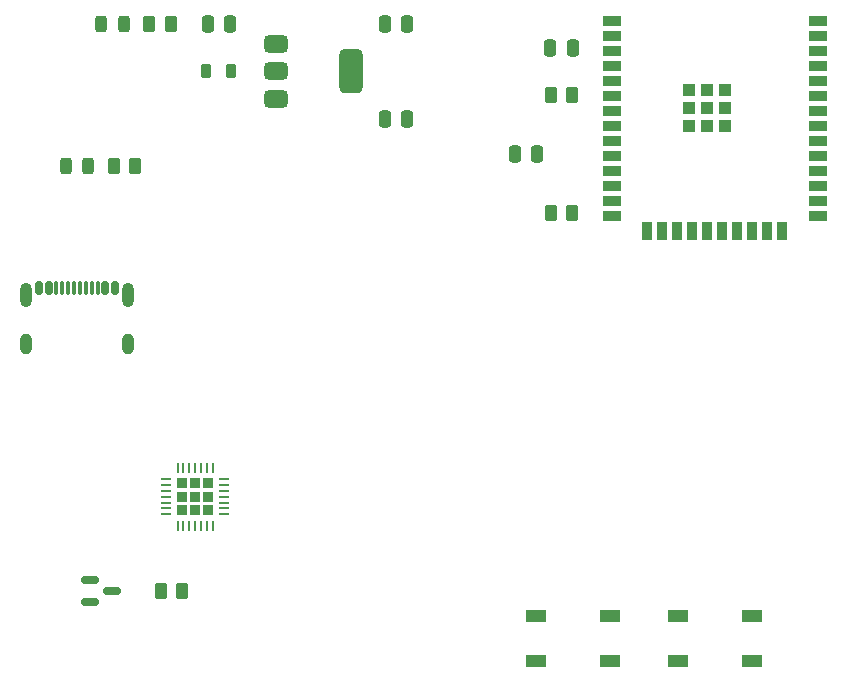
<source format=gtp>
%TF.GenerationSoftware,KiCad,Pcbnew,9.0.7*%
%TF.CreationDate,2026-02-12T17:34:39-06:00*%
%TF.ProjectId,ESP32_Simple_IoT,45535033-325f-4536-996d-706c655f496f,rev?*%
%TF.SameCoordinates,Original*%
%TF.FileFunction,Paste,Top*%
%TF.FilePolarity,Positive*%
%FSLAX46Y46*%
G04 Gerber Fmt 4.6, Leading zero omitted, Abs format (unit mm)*
G04 Created by KiCad (PCBNEW 9.0.7) date 2026-02-12 17:34:39*
%MOMM*%
%LPD*%
G01*
G04 APERTURE LIST*
G04 Aperture macros list*
%AMRoundRect*
0 Rectangle with rounded corners*
0 $1 Rounding radius*
0 $2 $3 $4 $5 $6 $7 $8 $9 X,Y pos of 4 corners*
0 Add a 4 corners polygon primitive as box body*
4,1,4,$2,$3,$4,$5,$6,$7,$8,$9,$2,$3,0*
0 Add four circle primitives for the rounded corners*
1,1,$1+$1,$2,$3*
1,1,$1+$1,$4,$5*
1,1,$1+$1,$6,$7*
1,1,$1+$1,$8,$9*
0 Add four rect primitives between the rounded corners*
20,1,$1+$1,$2,$3,$4,$5,0*
20,1,$1+$1,$4,$5,$6,$7,0*
20,1,$1+$1,$6,$7,$8,$9,0*
20,1,$1+$1,$8,$9,$2,$3,0*%
G04 Aperture macros list end*
%ADD10RoundRect,0.150000X-0.587500X-0.150000X0.587500X-0.150000X0.587500X0.150000X-0.587500X0.150000X0*%
%ADD11RoundRect,0.225000X-0.225000X-0.225000X0.225000X-0.225000X0.225000X0.225000X-0.225000X0.225000X0*%
%ADD12RoundRect,0.062500X-0.337500X-0.062500X0.337500X-0.062500X0.337500X0.062500X-0.337500X0.062500X0*%
%ADD13RoundRect,0.062500X-0.062500X-0.337500X0.062500X-0.337500X0.062500X0.337500X-0.062500X0.337500X0*%
%ADD14RoundRect,0.218750X-0.218750X-0.381250X0.218750X-0.381250X0.218750X0.381250X-0.218750X0.381250X0*%
%ADD15RoundRect,0.250000X-0.250000X-0.475000X0.250000X-0.475000X0.250000X0.475000X-0.250000X0.475000X0*%
%ADD16RoundRect,0.250000X-0.262500X-0.450000X0.262500X-0.450000X0.262500X0.450000X-0.262500X0.450000X0*%
%ADD17R,1.500000X0.900000*%
%ADD18R,0.900000X1.500000*%
%ADD19R,1.050000X1.050000*%
%ADD20RoundRect,0.243750X-0.243750X-0.456250X0.243750X-0.456250X0.243750X0.456250X-0.243750X0.456250X0*%
%ADD21R,1.700000X1.000000*%
%ADD22RoundRect,0.150000X-0.150000X-0.425000X0.150000X-0.425000X0.150000X0.425000X-0.150000X0.425000X0*%
%ADD23RoundRect,0.075000X-0.075000X-0.500000X0.075000X-0.500000X0.075000X0.500000X-0.075000X0.500000X0*%
%ADD24O,1.000000X2.100000*%
%ADD25O,1.000000X1.800000*%
%ADD26RoundRect,0.375000X-0.625000X-0.375000X0.625000X-0.375000X0.625000X0.375000X-0.625000X0.375000X0*%
%ADD27RoundRect,0.500000X-0.500000X-1.400000X0.500000X-1.400000X0.500000X1.400000X-0.500000X1.400000X0*%
G04 APERTURE END LIST*
D10*
%TO.C,Q1*%
X7062500Y-51050000D03*
X7062500Y-52950000D03*
X8937500Y-52000000D03*
%TD*%
D11*
%TO.C,U3*%
X14880000Y-42880000D03*
X14880000Y-44000000D03*
X14880000Y-45120000D03*
X16000000Y-42880000D03*
X16000000Y-44000000D03*
X16000000Y-45120000D03*
X17120000Y-42880000D03*
X17120000Y-44000000D03*
X17120000Y-45120000D03*
D12*
X13550000Y-42500000D03*
X13550000Y-43000000D03*
X13550000Y-43500000D03*
X13550000Y-44000000D03*
X13550000Y-44500000D03*
X13550000Y-45000000D03*
X13550000Y-45500000D03*
D13*
X14500000Y-46450000D03*
X15000000Y-46450000D03*
X15500000Y-46450000D03*
X16000000Y-46450000D03*
X16500000Y-46450000D03*
X17000000Y-46450000D03*
X17500000Y-46450000D03*
D12*
X18450000Y-45500000D03*
X18450000Y-45000000D03*
X18450000Y-44500000D03*
X18450000Y-44000000D03*
X18450000Y-43500000D03*
X18450000Y-43000000D03*
X18450000Y-42500000D03*
D13*
X17500000Y-41550000D03*
X17000000Y-41550000D03*
X16500000Y-41550000D03*
X16000000Y-41550000D03*
X15500000Y-41550000D03*
X15000000Y-41550000D03*
X14500000Y-41550000D03*
%TD*%
D14*
%TO.C,FB1*%
X16937500Y-8000000D03*
X19062500Y-8000000D03*
%TD*%
D15*
%TO.C,C3*%
X32050000Y-12000000D03*
X33950000Y-12000000D03*
%TD*%
D16*
%TO.C,R1*%
X46087500Y-10000000D03*
X47912500Y-10000000D03*
%TD*%
D15*
%TO.C,C5*%
X46050000Y-6000000D03*
X47950000Y-6000000D03*
%TD*%
%TO.C,C4*%
X43050000Y-15000000D03*
X44950000Y-15000000D03*
%TD*%
D17*
%TO.C,U1*%
X51250000Y-3750000D03*
X51250000Y-5020000D03*
X51250000Y-6290000D03*
X51250000Y-7560000D03*
X51250000Y-8830000D03*
X51250000Y-10100000D03*
X51250000Y-11370000D03*
X51250000Y-12640000D03*
X51250000Y-13910000D03*
X51250000Y-15180000D03*
X51250000Y-16450000D03*
X51250000Y-17720000D03*
X51250000Y-18990000D03*
X51250000Y-20260000D03*
D18*
X54290000Y-21510000D03*
X55560000Y-21510000D03*
X56830000Y-21510000D03*
X58100000Y-21510000D03*
X59370000Y-21510000D03*
X60640000Y-21510000D03*
X61910000Y-21510000D03*
X63180000Y-21510000D03*
X64450000Y-21510000D03*
X65720000Y-21510000D03*
D17*
X68750000Y-20260000D03*
X68750000Y-18990000D03*
X68750000Y-17720000D03*
X68750000Y-16450000D03*
X68750000Y-15180000D03*
X68750000Y-13910000D03*
X68750000Y-12640000D03*
X68750000Y-11370000D03*
X68750000Y-10100000D03*
X68750000Y-8830000D03*
X68750000Y-7560000D03*
X68750000Y-6290000D03*
X68750000Y-5020000D03*
X68750000Y-3750000D03*
D19*
X57795000Y-9565000D03*
X57795000Y-11090000D03*
X57795000Y-12615000D03*
X59320000Y-9565000D03*
X59320000Y-11090000D03*
X59320000Y-12615000D03*
X60845000Y-9565000D03*
X60845000Y-11090000D03*
X60845000Y-12615000D03*
%TD*%
D16*
%TO.C,R3*%
X13087500Y-52000000D03*
X14912500Y-52000000D03*
%TD*%
D20*
%TO.C,D2*%
X8062500Y-4000000D03*
X9937500Y-4000000D03*
%TD*%
%TO.C,D3*%
X5062500Y-16000000D03*
X6937500Y-16000000D03*
%TD*%
D15*
%TO.C,C1*%
X17050000Y-4000000D03*
X18950000Y-4000000D03*
%TD*%
D21*
%TO.C,SW1*%
X44850000Y-54100000D03*
X51150000Y-54100000D03*
X44850000Y-57900000D03*
X51150000Y-57900000D03*
%TD*%
D16*
%TO.C,R5*%
X9087500Y-16000000D03*
X10912500Y-16000000D03*
%TD*%
%TO.C,R2*%
X46087500Y-20000000D03*
X47912500Y-20000000D03*
%TD*%
D22*
%TO.C,J1*%
X2800000Y-26320000D03*
X3600000Y-26320000D03*
D23*
X4750000Y-26320000D03*
X5750000Y-26320000D03*
X6250000Y-26320000D03*
X7250000Y-26320000D03*
D22*
X8400000Y-26320000D03*
X9200000Y-26320000D03*
X9200000Y-26320000D03*
X8400000Y-26320000D03*
D23*
X7750000Y-26320000D03*
X6750000Y-26320000D03*
X5250000Y-26320000D03*
X4250000Y-26320000D03*
D22*
X3600000Y-26320000D03*
X2800000Y-26320000D03*
D24*
X1680000Y-26895000D03*
D25*
X1680000Y-31075000D03*
D24*
X10320000Y-26895000D03*
D25*
X10320000Y-31075000D03*
%TD*%
D26*
%TO.C,U2*%
X22850000Y-5700000D03*
X22850000Y-8000000D03*
D27*
X29150000Y-8000000D03*
D26*
X22850000Y-10300000D03*
%TD*%
D21*
%TO.C,SW2*%
X56850000Y-54100000D03*
X63150000Y-54100000D03*
X56850000Y-57900000D03*
X63150000Y-57900000D03*
%TD*%
D16*
%TO.C,R4*%
X12087500Y-4000000D03*
X13912500Y-4000000D03*
%TD*%
D15*
%TO.C,C2*%
X32050000Y-4000000D03*
X33950000Y-4000000D03*
%TD*%
M02*

</source>
